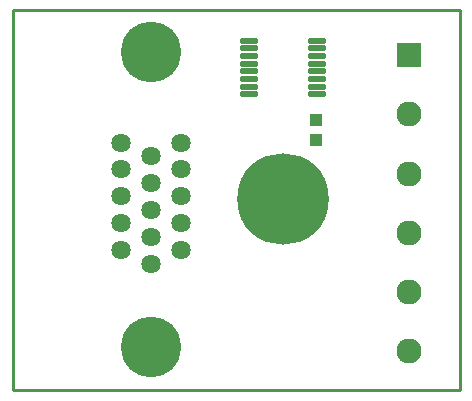
<source format=gbs>
G04*
G04 #@! TF.GenerationSoftware,Altium Limited,Altium Designer,20.1.14 (287)*
G04*
G04 Layer_Color=16711935*
%FSLAX25Y25*%
%MOIN*%
G70*
G04*
G04 #@! TF.SameCoordinates,812AF3B6-9DBB-4E22-AB82-19E7777D9F63*
G04*
G04*
G04 #@! TF.FilePolarity,Negative*
G04*
G01*
G75*
%ADD12C,0.01000*%
G04:AMPARAMS|DCode=15|XSize=19.68mil|YSize=62.99mil|CornerRadius=5.91mil|HoleSize=0mil|Usage=FLASHONLY|Rotation=90.000|XOffset=0mil|YOffset=0mil|HoleType=Round|Shape=RoundedRectangle|*
%AMROUNDEDRECTD15*
21,1,0.01968,0.05118,0,0,90.0*
21,1,0.00787,0.06299,0,0,90.0*
1,1,0.01181,0.02559,0.00394*
1,1,0.01181,0.02559,-0.00394*
1,1,0.01181,-0.02559,-0.00394*
1,1,0.01181,-0.02559,0.00394*
%
%ADD15ROUNDEDRECTD15*%
%ADD16R,0.04240X0.04240*%
%ADD17C,0.30500*%
%ADD18C,0.03500*%
%ADD19C,0.06406*%
%ADD20C,0.20185*%
%ADD21R,0.08374X0.08374*%
%ADD22C,0.08374*%
D12*
X323000Y232000D02*
X465000D01*
X323000Y105500D02*
Y232000D01*
Y105500D02*
X472000D01*
Y232000D01*
X465000D02*
X472000D01*
D15*
X401583Y204043D02*
D03*
Y206602D02*
D03*
Y209161D02*
D03*
Y211720D02*
D03*
Y214280D02*
D03*
Y216839D02*
D03*
Y219398D02*
D03*
Y221957D02*
D03*
X424417Y204043D02*
D03*
Y206602D02*
D03*
Y209161D02*
D03*
Y211720D02*
D03*
Y214280D02*
D03*
Y216839D02*
D03*
Y219398D02*
D03*
Y221957D02*
D03*
D16*
X424000Y195346D02*
D03*
Y188654D02*
D03*
D17*
X413000Y169000D02*
D03*
D18*
X422843Y174906D02*
D03*
X418905Y159158D02*
D03*
X403158Y163094D02*
D03*
X418905Y178842D02*
D03*
X422843Y163094D02*
D03*
X407094Y159158D02*
D03*
Y178842D02*
D03*
X401750Y169000D02*
D03*
X413000Y157750D02*
D03*
X424250Y169000D02*
D03*
X413000Y180250D02*
D03*
X403158Y174906D02*
D03*
D19*
X359000Y152051D02*
D03*
Y161028D02*
D03*
Y170004D02*
D03*
Y178980D02*
D03*
Y187957D02*
D03*
X379000D02*
D03*
X369000Y174492D02*
D03*
X379000Y178980D02*
D03*
X369000Y165516D02*
D03*
X379000Y170004D02*
D03*
X369000Y156539D02*
D03*
X379000Y161028D02*
D03*
X369000Y183468D02*
D03*
Y147563D02*
D03*
X379000Y152051D02*
D03*
D20*
X369000Y119807D02*
D03*
Y218193D02*
D03*
D21*
X455000Y217000D02*
D03*
D22*
Y197315D02*
D03*
Y177630D02*
D03*
Y157945D02*
D03*
Y138260D02*
D03*
Y118575D02*
D03*
M02*

</source>
